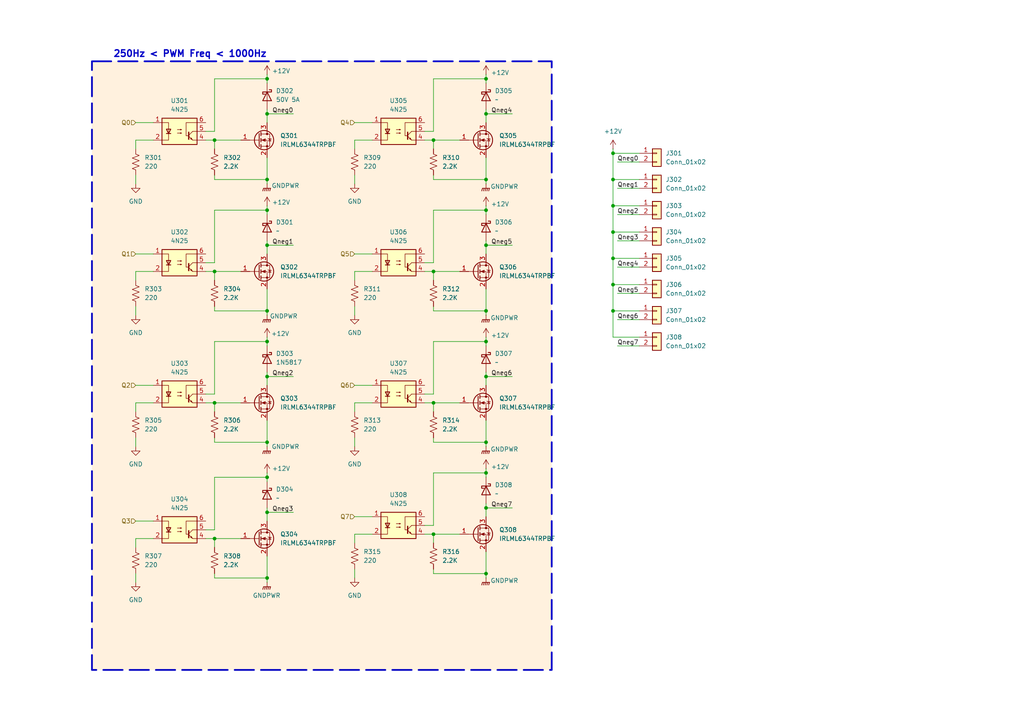
<source format=kicad_sch>
(kicad_sch (version 20231120) (generator "eeschema") (generator_version "8.0")
  (paper "A4")
  (lib_symbols
    (symbol "Connector_Generic:Conn_01x02" (pin_names (offset 1.016) hide)
      (property "Reference" "J" (at 0 2.54 0))
      (property "Value" "Conn_01x02" (at 0 -5.08 0))
      (symbol "Conn_01x02_1_1"
        (rectangle (start -1.27 -2.413) (end 0 -2.667) (stroke (width 0.1524)))
        (rectangle (start -1.27 0.127) (end 0 -0.127) (stroke (width 0.1524)))
        (rectangle (start -1.27 1.27) (end 1.27 -3.81) (stroke (width 0.254)) (fill (type background)))
        (pin passive line (at -5.08 0 0) (length 3.81) (name "Pin_1") (number "1"))
        (pin passive line (at -5.08 -2.54 0) (length 3.81) (name "Pin_2") (number "2"))
      )
    )
    (symbol "Device:R_US" (pin_numbers hide) (pin_names (offset 0))
      (property "Reference" "R" (at 2.54 0 90))
      (property "Value" "R_US" (at -2.54 0 90))
      (symbol "R_US_0_1"
        (polyline (pts (xy 0 -2.286) (xy 0 -2.54)))
        (polyline (pts (xy 0 2.286) (xy 0 2.54)))
        (polyline (pts (xy 0 -0.762) (xy 1.016 -1.143) (xy 0 -1.524) (xy -1.016 -1.905) (xy 0 -2.286)))
        (polyline (pts (xy 0 0.762) (xy 1.016 0.381) (xy 0 0) (xy -1.016 -0.381) (xy 0 -0.762)))
        (polyline (pts (xy 0 2.286) (xy 1.016 1.905) (xy 0 1.524) (xy -1.016 1.143) (xy 0 0.762)))
      )
      (symbol "R_US_1_1"
        (pin passive line (at 0 3.81 270) (length 1.27) (name "~") (number "1"))
        (pin passive line (at 0 -3.81 90) (length 1.27) (name "~") (number "2"))
      )
    )
    (symbol "Diode:1N5817" (pin_numbers hide) (pin_names (offset 1.016) hide)
      (property "Reference" "D" (at 0 2.54 0))
      (property "Value" "1N5817" (at 0 -2.54 0))
      (symbol "1N5817_0_1"
        (polyline (pts (xy 1.27 0) (xy -1.27 0)))
        (polyline (pts (xy 1.27 1.27) (xy 1.27 -1.27) (xy -1.27 0) (xy 1.27 1.27)) (stroke (width 0.254)))
        (polyline (pts (xy -1.905 0.635) (xy -1.905 1.27) (xy -1.27 1.27) (xy -1.27 -1.27) (xy -0.635 -1.27) (xy -0.635 -0.635)) (stroke (width 0.254)))
      )
      (symbol "1N5817_1_1"
        (pin passive line (at -3.81 0 0) (length 2.54) (name "K") (number "1"))
        (pin passive line (at 3.81 0 180) (length 2.54) (name "A") (number "2"))
      )
    )
    (symbol "Isolator:4N25" (pin_names (offset 1.016))
      (property "Reference" "U" (at -5.08 5.08 0))
      (property "Value" "4N25" (at 0 5.08 0))
      (symbol "4N25_0_1"
        (rectangle (start -5.08 3.81) (end 5.08 -3.81) (stroke (width 0.254)) (fill (type background)))
        (polyline (pts (xy -3.81 -0.635) (xy -2.54 -0.635)) (stroke (width 0.254)))
        (polyline (pts (xy 2.667 -1.397) (xy 3.81 -2.54)))
        (polyline (pts (xy 2.667 -1.143) (xy 3.81 0)))
        (polyline (pts (xy 3.81 -2.54) (xy 5.08 -2.54)))
        (polyline (pts (xy 3.81 0) (xy 5.08 0)))
        (polyline (pts (xy 2.667 -0.254) (xy 2.667 -2.286) (xy 2.667 -2.286)) (stroke (width 0.3556)))
        (polyline (pts (xy -5.08 -2.54) (xy -3.175 -2.54) (xy -3.175 2.54) (xy -5.08 2.54)))
        (polyline (pts (xy -3.175 -0.635) (xy -3.81 0.635) (xy -2.54 0.635) (xy -3.175 -0.635)) (stroke (width 0.254)))
        (polyline (pts (xy 3.683 -2.413) (xy 3.429 -1.905) (xy 3.175 -2.159) (xy 3.683 -2.413)))
        (polyline (pts (xy 5.08 2.54) (xy 1.905 2.54) (xy 1.905 -1.27) (xy 2.54 -1.27)))
        (polyline (pts (xy -0.635 -0.508) (xy 0.635 -0.508) (xy 0.254 -0.635) (xy 0.254 -0.381) (xy 0.635 -0.508)))
        (polyline (pts (xy -0.635 0.508) (xy 0.635 0.508) (xy 0.254 0.381) (xy 0.254 0.635) (xy 0.635 0.508)))
      )
      (symbol "4N25_1_1"
        (pin passive line (at -7.62 2.54 0) (length 2.54) (name "~") (number "1"))
        (pin passive line (at -7.62 -2.54 0) (length 2.54) (name "~") (number "2"))
        (pin no_connect line (at -5.08 0 0) (length 2.54) hide (name "NC") (number "3"))
        (pin passive line (at 7.62 -2.54 180) (length 2.54) (name "~") (number "4"))
        (pin passive line (at 7.62 0 180) (length 2.54) (name "~") (number "5"))
        (pin passive line (at 7.62 2.54 180) (length 2.54) (name "~") (number "6"))
      )
    )
    (symbol "Transistor_FET:BS870" (pin_names hide)
      (property "Reference" "Q" (at 5.08 1.905 0))
      (property "Value" "BS870" (at 5.08 0 0))
      (symbol "BS870_0_1"
        (polyline (pts (xy 0.254 0) (xy -2.54 0)))
        (polyline (pts (xy 0.254 1.905) (xy 0.254 -1.905)) (stroke (width 0.254)))
        (polyline (pts (xy 0.762 -1.27) (xy 0.762 -2.286)) (stroke (width 0.254)))
        (polyline (pts (xy 0.762 0.508) (xy 0.762 -0.508)) (stroke (width 0.254)))
        (polyline (pts (xy 0.762 2.286) (xy 0.762 1.27)) (stroke (width 0.254)))
        (polyline (pts (xy 2.54 2.54) (xy 2.54 1.778)))
        (polyline (pts (xy 2.54 -2.54) (xy 2.54 0) (xy 0.762 0)))
        (polyline (pts (xy 0.762 -1.778) (xy 3.302 -1.778) (xy 3.302 1.778) (xy 0.762 1.778)))
        (polyline (pts (xy 1.016 0) (xy 2.032 0.381) (xy 2.032 -0.381) (xy 1.016 0)) (fill (type outline)))
        (polyline (pts (xy 2.794 0.508) (xy 2.921 0.381) (xy 3.683 0.381) (xy 3.81 0.254)))
        (polyline (pts (xy 3.302 0.381) (xy 2.921 -0.254) (xy 3.683 -0.254) (xy 3.302 0.381)))
        (circle (center 1.651 0) (radius 2.794) (stroke (width 0.254)))
        (circle (center 2.54 -1.778) (radius 0.254) (fill (type outline)))
        (circle (center 2.54 1.778) (radius 0.254) (fill (type outline)))
      )
      (symbol "BS870_1_1"
        (pin input line (at -5.08 0 0) (length 2.54) (name "G") (number "1"))
        (pin passive line (at 2.54 -5.08 90) (length 2.54) (name "S") (number "2"))
        (pin passive line (at 2.54 5.08 270) (length 2.54) (name "D") (number "3"))
      )
    )
    (symbol "power:+12V" (power) (pin_numbers hide) (pin_names (offset 0) hide)
      (property "Value" "+12V" (at 0 3.556 0))
      (symbol "+12V_0_1"
        (polyline (pts (xy -0.762 1.27) (xy 0 2.54)))
        (polyline (pts (xy 0 0) (xy 0 2.54)))
        (polyline (pts (xy 0 2.54) (xy 0.762 1.27)))
      )
      (symbol "+12V_1_1"
        (pin power_in line (at 0 0 90) (length 0) (name "~") (number "1"))
      )
    )
    (symbol "power:GND" (power) (pin_numbers hide) (pin_names (offset 0) hide)
      (property "Value" "GND" (at 0 -3.81 0))
      (symbol "GND_0_1"
        (polyline (pts (xy 0 0) (xy 0 -1.27) (xy 1.27 -1.27) (xy 0 -2.54) (xy -1.27 -1.27) (xy 0 -1.27)))
      )
      (symbol "GND_1_1"
        (pin power_in line (at 0 0 270) (length 0) (name "~") (number "1"))
      )
    )
    (symbol "power:GNDPWR" (power) (pin_numbers hide) (pin_names (offset 0) hide)
      (property "Value" "GNDPWR" (at 0 -3.302 0))
      (symbol "GNDPWR_0_1"
        (polyline (pts (xy 0 -1.27) (xy 0 0)))
        (polyline (pts (xy -1.016 -1.27) (xy -1.27 -2.032) (xy -1.27 -2.032)) (stroke (width 0.2032)))
        (polyline (pts (xy -0.508 -1.27) (xy -0.762 -2.032) (xy -0.762 -2.032)) (stroke (width 0.2032)))
        (polyline (pts (xy 0 -1.27) (xy -0.254 -2.032) (xy -0.254 -2.032)) (stroke (width 0.2032)))
        (polyline (pts (xy 0.508 -1.27) (xy 0.254 -2.032) (xy 0.254 -2.032)) (stroke (width 0.2032)))
        (polyline (pts (xy 1.016 -1.27) (xy -1.016 -1.27) (xy -1.016 -1.27)) (stroke (width 0.2032)))
        (polyline (pts (xy 1.016 -1.27) (xy 0.762 -2.032) (xy 0.762 -2.032) (xy 0.762 -2.032)) (stroke (width 0.2032)))
      )
      (symbol "GNDPWR_1_1"
        (pin power_in line (at 0 0 270) (length 0) (name "~") (number "1"))
      )
    )
  )
  (junction (at 77.47 90.17))
  (junction (at 177.8 44.45))
  (junction (at 140.97 52.07))
  (junction (at 77.47 128.27))
  (junction (at 140.97 137.16))
  (junction (at 140.97 90.17))
  (junction (at 140.97 22.86))
  (junction (at 125.73 40.64))
  (junction (at 140.97 166.37))
  (junction (at 62.23 116.84))
  (junction (at 140.97 147.32))
  (junction (at 177.8 59.69))
  (junction (at 77.47 71.12))
  (junction (at 62.23 40.64))
  (junction (at 125.73 116.84))
  (junction (at 77.47 22.86))
  (junction (at 140.97 71.12))
  (junction (at 77.47 109.22))
  (junction (at 77.47 52.07))
  (junction (at 140.97 99.06))
  (junction (at 140.97 60.96))
  (junction (at 62.23 156.21))
  (junction (at 77.47 138.43))
  (junction (at 125.73 154.94))
  (junction (at 77.47 148.59))
  (junction (at 177.8 52.07))
  (junction (at 177.8 90.17))
  (junction (at 140.97 128.27))
  (junction (at 140.97 33.02))
  (junction (at 140.97 109.22))
  (junction (at 77.47 167.64))
  (junction (at 125.73 78.74))
  (junction (at 62.23 78.74))
  (junction (at 77.47 33.02))
  (junction (at 77.47 99.06))
  (junction (at 77.47 60.96))
  (junction (at 177.8 67.31))
  (junction (at 177.8 82.55))
  (junction (at 177.8 74.93))
  (wire (pts (xy 177.8 90.17) (xy 177.8 97.79)))
  (wire (pts (xy 140.97 100.33) (xy 140.97 99.06)))
  (wire (pts (xy 125.73 22.86) (xy 140.97 22.86)))
  (wire (pts (xy 107.95 78.74) (xy 102.87 78.74)))
  (wire (pts (xy 140.97 160.02) (xy 140.97 166.37)))
  (wire (pts (xy 59.69 156.21) (xy 62.23 156.21)))
  (wire (pts (xy 177.8 82.55) (xy 185.42 82.55)))
  (wire (pts (xy 125.73 127) (xy 125.73 128.27)))
  (wire (pts (xy 77.47 62.23) (xy 77.47 60.96)))
  (wire (pts (xy 140.97 35.56) (xy 140.97 33.02)))
  (wire (pts (xy 148.59 33.02) (xy 140.97 33.02)))
  (wire (pts (xy 179.07 69.85) (xy 185.42 69.85)))
  (wire (pts (xy 140.97 45.72) (xy 140.97 52.07)))
  (wire (pts (xy 39.37 116.84) (xy 39.37 119.38)))
  (wire (pts (xy 140.97 24.13) (xy 140.97 22.86)))
  (wire (pts (xy 125.73 116.84) (xy 125.73 119.38)))
  (wire (pts (xy 125.73 137.16) (xy 125.73 152.4)))
  (wire (pts (xy 125.73 166.37) (xy 140.97 166.37)))
  (wire (pts (xy 62.23 78.74) (xy 62.23 81.28)))
  (wire (pts (xy 77.47 45.72) (xy 77.47 52.07)))
  (wire (pts (xy 140.97 69.85) (xy 140.97 71.12)))
  (wire (pts (xy 177.8 59.69) (xy 177.8 67.31)))
  (wire (pts (xy 140.97 111.76) (xy 140.97 109.22)))
  (wire (pts (xy 39.37 156.21) (xy 39.37 158.75)))
  (wire (pts (xy 125.73 52.07) (xy 140.97 52.07)))
  (wire (pts (xy 39.37 111.76) (xy 44.45 111.76)))
  (wire (pts (xy 62.23 99.06) (xy 77.47 99.06)))
  (wire (pts (xy 125.73 88.9) (xy 125.73 90.17)))
  (wire (pts (xy 77.47 73.66) (xy 77.47 71.12)))
  (wire (pts (xy 44.45 156.21) (xy 39.37 156.21)))
  (wire (pts (xy 59.69 40.64) (xy 62.23 40.64)))
  (wire (pts (xy 102.87 40.64) (xy 102.87 43.18)))
  (wire (pts (xy 85.09 71.12) (xy 77.47 71.12)))
  (wire (pts (xy 62.23 116.84) (xy 69.85 116.84)))
  (wire (pts (xy 77.47 111.76) (xy 77.47 109.22)))
  (wire (pts (xy 39.37 151.13) (xy 44.45 151.13)))
  (wire (pts (xy 77.47 139.7) (xy 77.47 138.43)))
  (wire (pts (xy 125.73 22.86) (xy 125.73 38.1)))
  (wire (pts (xy 39.37 40.64) (xy 39.37 43.18)))
  (wire (pts (xy 62.23 52.07) (xy 77.47 52.07)))
  (wire (pts (xy 107.95 40.64) (xy 102.87 40.64)))
  (wire (pts (xy 39.37 73.66) (xy 44.45 73.66)))
  (wire (pts (xy 102.87 154.94) (xy 102.87 157.48)))
  (wire (pts (xy 179.07 46.99) (xy 185.42 46.99)))
  (wire (pts (xy 179.07 62.23) (xy 185.42 62.23)))
  (wire (pts (xy 62.23 128.27) (xy 77.47 128.27)))
  (wire (pts (xy 62.23 156.21) (xy 69.85 156.21)))
  (wire (pts (xy 77.47 24.13) (xy 77.47 22.86)))
  (wire (pts (xy 125.73 38.1) (xy 123.19 38.1)))
  (wire (pts (xy 185.42 52.07) (xy 177.8 52.07)))
  (wire (pts (xy 102.87 35.56) (xy 107.95 35.56)))
  (wire (pts (xy 85.09 33.02) (xy 77.47 33.02)))
  (wire (pts (xy 107.95 116.84) (xy 102.87 116.84)))
  (wire (pts (xy 185.42 44.45) (xy 177.8 44.45)))
  (wire (pts (xy 125.73 90.17) (xy 140.97 90.17)))
  (wire (pts (xy 62.23 78.74) (xy 69.85 78.74)))
  (wire (pts (xy 102.87 149.86) (xy 107.95 149.86)))
  (wire (pts (xy 140.97 121.92) (xy 140.97 128.27)))
  (wire (pts (xy 125.73 76.2) (xy 123.19 76.2)))
  (wire (pts (xy 62.23 88.9) (xy 62.23 90.17)))
  (wire (pts (xy 177.8 43.18) (xy 177.8 44.45)))
  (wire (pts (xy 140.97 107.95) (xy 140.97 109.22)))
  (wire (pts (xy 85.09 109.22) (xy 77.47 109.22)))
  (wire (pts (xy 59.69 78.74) (xy 62.23 78.74)))
  (wire (pts (xy 62.23 38.1) (xy 59.69 38.1)))
  (wire (pts (xy 125.73 154.94) (xy 125.73 157.48)))
  (wire (pts (xy 77.47 31.75) (xy 77.47 33.02)))
  (wire (pts (xy 62.23 40.64) (xy 69.85 40.64)))
  (wire (pts (xy 125.73 114.3) (xy 123.19 114.3)))
  (wire (pts (xy 177.8 67.31) (xy 177.8 74.93)))
  (wire (pts (xy 62.23 50.8) (xy 62.23 52.07)))
  (wire (pts (xy 77.47 167.64) (xy 77.47 168.91)))
  (wire (pts (xy 125.73 40.64) (xy 125.73 43.18)))
  (wire (pts (xy 177.8 52.07) (xy 177.8 59.69)))
  (wire (pts (xy 125.73 40.64) (xy 133.35 40.64)))
  (wire (pts (xy 77.47 137.16) (xy 77.47 138.43)))
  (wire (pts (xy 62.23 138.43) (xy 77.47 138.43)))
  (wire (pts (xy 125.73 78.74) (xy 125.73 81.28)))
  (wire (pts (xy 123.19 116.84) (xy 125.73 116.84)))
  (wire (pts (xy 39.37 50.8) (xy 39.37 53.34)))
  (wire (pts (xy 39.37 88.9) (xy 39.37 91.44)))
  (wire (pts (xy 102.87 111.76) (xy 107.95 111.76)))
  (wire (pts (xy 102.87 165.1) (xy 102.87 167.64)))
  (wire (pts (xy 177.8 97.79) (xy 185.42 97.79)))
  (wire (pts (xy 107.95 154.94) (xy 102.87 154.94)))
  (wire (pts (xy 140.97 149.86) (xy 140.97 147.32)))
  (wire (pts (xy 140.97 21.59) (xy 140.97 22.86)))
  (wire (pts (xy 102.87 50.8) (xy 102.87 53.34)))
  (wire (pts (xy 179.07 85.09) (xy 185.42 85.09)))
  (wire (pts (xy 125.73 137.16) (xy 140.97 137.16)))
  (wire (pts (xy 140.97 90.17) (xy 140.97 91.44)))
  (wire (pts (xy 123.19 154.94) (xy 125.73 154.94)))
  (wire (pts (xy 148.59 147.32) (xy 140.97 147.32)))
  (wire (pts (xy 77.47 100.33) (xy 77.47 99.06)))
  (wire (pts (xy 77.47 90.17) (xy 77.47 91.44)))
  (wire (pts (xy 62.23 153.67) (xy 59.69 153.67)))
  (wire (pts (xy 177.8 90.17) (xy 185.42 90.17)))
  (wire (pts (xy 140.97 52.07) (xy 140.97 53.34)))
  (wire (pts (xy 140.97 138.43) (xy 140.97 137.16)))
  (wire (pts (xy 62.23 99.06) (xy 62.23 114.3)))
  (wire (pts (xy 62.23 22.86) (xy 77.47 22.86)))
  (wire (pts (xy 125.73 128.27) (xy 140.97 128.27)))
  (wire (pts (xy 77.47 151.13) (xy 77.47 148.59)))
  (wire (pts (xy 125.73 165.1) (xy 125.73 166.37)))
  (wire (pts (xy 39.37 166.37) (xy 39.37 168.91)))
  (wire (pts (xy 77.47 52.07) (xy 77.47 53.34)))
  (wire (pts (xy 62.23 76.2) (xy 59.69 76.2)))
  (wire (pts (xy 39.37 127) (xy 39.37 129.54)))
  (wire (pts (xy 140.97 31.75) (xy 140.97 33.02)))
  (wire (pts (xy 177.8 74.93) (xy 177.8 82.55)))
  (wire (pts (xy 125.73 116.84) (xy 133.35 116.84)))
  (wire (pts (xy 77.47 147.32) (xy 77.47 148.59)))
  (wire (pts (xy 102.87 78.74) (xy 102.87 81.28)))
  (wire (pts (xy 177.8 74.93) (xy 185.42 74.93)))
  (wire (pts (xy 77.47 35.56) (xy 77.47 33.02)))
  (wire (pts (xy 77.47 21.59) (xy 77.47 22.86)))
  (wire (pts (xy 125.73 60.96) (xy 140.97 60.96)))
  (wire (pts (xy 62.23 166.37) (xy 62.23 167.64)))
  (wire (pts (xy 177.8 67.31) (xy 185.42 67.31)))
  (wire (pts (xy 62.23 40.64) (xy 62.23 43.18)))
  (wire (pts (xy 77.47 121.92) (xy 77.47 128.27)))
  (wire (pts (xy 140.97 97.79) (xy 140.97 99.06)))
  (wire (pts (xy 39.37 78.74) (xy 39.37 81.28)))
  (wire (pts (xy 62.23 167.64) (xy 77.47 167.64)))
  (wire (pts (xy 102.87 88.9) (xy 102.87 91.44)))
  (wire (pts (xy 59.69 116.84) (xy 62.23 116.84)))
  (wire (pts (xy 177.8 44.45) (xy 177.8 52.07)))
  (wire (pts (xy 125.73 99.06) (xy 125.73 114.3)))
  (wire (pts (xy 148.59 109.22) (xy 140.97 109.22)))
  (wire (pts (xy 179.07 54.61) (xy 185.42 54.61)))
  (wire (pts (xy 123.19 78.74) (xy 125.73 78.74)))
  (wire (pts (xy 102.87 73.66) (xy 107.95 73.66)))
  (wire (pts (xy 62.23 116.84) (xy 62.23 119.38)))
  (wire (pts (xy 125.73 78.74) (xy 133.35 78.74)))
  (wire (pts (xy 77.47 161.29) (xy 77.47 167.64)))
  (wire (pts (xy 62.23 90.17) (xy 77.47 90.17)))
  (wire (pts (xy 62.23 60.96) (xy 62.23 76.2)))
  (wire (pts (xy 77.47 107.95) (xy 77.47 109.22)))
  (wire (pts (xy 62.23 114.3) (xy 59.69 114.3)))
  (wire (pts (xy 125.73 50.8) (xy 125.73 52.07)))
  (wire (pts (xy 77.47 69.85) (xy 77.47 71.12)))
  (wire (pts (xy 140.97 128.27) (xy 140.97 129.54)))
  (wire (pts (xy 44.45 40.64) (xy 39.37 40.64)))
  (wire (pts (xy 85.09 148.59) (xy 77.47 148.59)))
  (wire (pts (xy 62.23 22.86) (xy 62.23 38.1)))
  (wire (pts (xy 77.47 59.69) (xy 77.47 60.96)))
  (wire (pts (xy 140.97 73.66) (xy 140.97 71.12)))
  (wire (pts (xy 125.73 152.4) (xy 123.19 152.4)))
  (wire (pts (xy 77.47 83.82) (xy 77.47 90.17)))
  (wire (pts (xy 140.97 62.23) (xy 140.97 60.96)))
  (wire (pts (xy 125.73 154.94) (xy 133.35 154.94)))
  (wire (pts (xy 77.47 128.27) (xy 77.47 129.54)))
  (wire (pts (xy 62.23 156.21) (xy 62.23 158.75)))
  (wire (pts (xy 179.07 100.33) (xy 185.42 100.33)))
  (wire (pts (xy 148.59 71.12) (xy 140.97 71.12)))
  (wire (pts (xy 62.23 138.43) (xy 62.23 153.67)))
  (wire (pts (xy 39.37 35.56) (xy 44.45 35.56)))
  (wire (pts (xy 62.23 127) (xy 62.23 128.27)))
  (wire (pts (xy 44.45 116.84) (xy 39.37 116.84)))
  (wire (pts (xy 102.87 116.84) (xy 102.87 119.38)))
  (wire (pts (xy 123.19 40.64) (xy 125.73 40.64)))
  (wire (pts (xy 77.47 97.79) (xy 77.47 99.06)))
  (wire (pts (xy 44.45 78.74) (xy 39.37 78.74)))
  (wire (pts (xy 179.07 77.47) (xy 185.42 77.47)))
  (wire (pts (xy 140.97 146.05) (xy 140.97 147.32)))
  (wire (pts (xy 125.73 60.96) (xy 125.73 76.2)))
  (wire (pts (xy 102.87 127) (xy 102.87 129.54)))
  (wire (pts (xy 177.8 59.69) (xy 185.42 59.69)))
  (wire (pts (xy 140.97 166.37) (xy 140.97 167.64)))
  (wire (pts (xy 179.07 92.71) (xy 185.42 92.71)))
  (wire (pts (xy 140.97 83.82) (xy 140.97 90.17)))
  (wire (pts (xy 62.23 60.96) (xy 77.47 60.96)))
  (wire (pts (xy 177.8 82.55) (xy 177.8 90.17)))
  (wire (pts (xy 140.97 59.69) (xy 140.97 60.96)))
  (wire (pts (xy 140.97 135.89) (xy 140.97 137.16)))
  (wire (pts (xy 125.73 99.06) (xy 140.97 99.06)))
  (rectangle (start 26.67 17.78) (end 160.02 194.31) (stroke (width 0.508) (type dash)) (fill (type color) (color 255 229 191 0.5)))
  (text "250Hz < PWM Freq < 1000Hz" (at 55.118 15.748 0) (effects (font (size 1.905 1.905) (thickness 0.381) (bold yes))))
  (label "Qneg5" (at 148.59 71.12 180))
  (label "Qneg5" (at 179.07 85.09 0))
  (label "Qneg2" (at 179.07 62.23 0))
  (label "Qneg3" (at 179.07 69.85 0))
  (label "Qneg4" (at 148.59 33.02 180))
  (label "Qneg4" (at 179.07 77.47 0))
  (label "Qneg0" (at 179.07 46.99 0))
  (label "Qneg6" (at 148.59 109.22 180))
  (label "Qneg1" (at 179.07 54.61 0))
  (label "Qneg7" (at 179.07 100.33 0))
  (label "Qneg0" (at 85.09 33.02 180))
  (label "Qneg7" (at 148.59 147.32 180))
  (label "Qneg2" (at 85.09 109.22 180))
  (label "Qneg3" (at 85.09 148.59 180))
  (label "Qneg1" (at 85.09 71.12 180))
  (label "Qneg6" (at 179.07 92.71 0))
  (hierarchical_label "Q0" (shape input) (at 39.37 35.56 180))
  (hierarchical_label "Q3" (shape input) (at 39.37 151.13 180))
  (hierarchical_label "Q6" (shape input) (at 102.87 111.76 180))
  (hierarchical_label "Q1" (shape input) (at 39.37 73.66 180))
  (hierarchical_label "Q4" (shape input) (at 102.87 35.56 180))
  (hierarchical_label "Q5" (shape input) (at 102.87 73.66 180))
  (hierarchical_label "Q2" (shape input) (at 39.37 111.76 180))
  (hierarchical_label "Q7" (shape input) (at 102.87 149.86 180))
  (symbol (lib_id "power:+12V") (at 140.97 97.79 0) (unit 1)
    (property "Reference" "#PWR0321" (effects (hide yes)))
    (property "Value" "+12V" (at 145.034 97.282 0))
    (property "Description" "Power symbol creates a global label with name \"+12V\"" (effects (hide yes)))
  )
  (symbol (lib_id "Diode:1N5817") (at 77.47 104.14 270) (unit 1)
    (property "Reference" "D303" (at 80.01 102.5524 90) (effects (justify left)))
    (property "Value" "1N5817" (at 80.01 105.0924 90) (effects (justify left)))
    (property "Footprint" "Diode_SMD:D_SMA_Handsoldering" (effects (hide yes)))
    (property "Datasheet" "http://www.vishay.com/docs/88525/1n5817.pdf" (effects (hide yes)))
    (property "Description" "SBR10U200P5-13" (effects (hide yes)))
  )
  (symbol (lib_id "power:GNDPWR") (at 140.97 53.34 0) (unit 1)
    (property "Reference" "#PWR0315" (effects (hide yes)))
    (property "Value" "GNDPWR" (at 146.304 54.102 0))
    (property "Description" "Power symbol creates a global label with name \"GNDPWR\" , global ground" (effects (hide yes)))
  )
  (symbol (lib_id "Device:R_US") (at 102.87 85.09 0) (unit 1)
    (property "Reference" "R311" (at 105.41 83.8199 0) (effects (justify left)))
    (property "Value" "220" (at 105.41 86.3599 0) (effects (justify left)))
    (property "Footprint" "Resistor_THT:R_Axial_DIN0204_L3.6mm_D1.6mm_P5.08mm_Horizontal" (effects (hide yes)))
    (property "Description" "Resistor, US symbol" (effects (hide yes)))
  )
  (symbol (lib_id "Diode:1N5817") (at 77.47 143.51 270) (unit 1)
    (property "Reference" "D304" (at 80.01 141.9224 90) (effects (justify left)))
    (property "Value" "~" (at 80.01 144.4624 90) (effects (justify left)))
    (property "Footprint" "Diode_SMD:D_SMA_Handsoldering" (effects (hide yes)))
    (property "Datasheet" "http://www.vishay.com/docs/88525/1n5817.pdf" (effects (hide yes)))
    (property "Description" "SBR10U200P5-13" (effects (hide yes)))
  )
  (symbol (lib_id "Transistor_FET:BS870") (at 138.43 40.64 0) (unit 1)
    (property "Reference" "Q305" (at 144.78 39.3699 0) (effects (justify left)))
    (property "Value" "IRLML6344TRPBF" (at 144.78 41.9099 0) (effects (justify left)))
    (property "Footprint" "Package_TO_SOT_SMD:SOT-23" (effects (hide yes)))
    (property "Description" "5.8A Id, 25V Vds, 24mOhm, 5.4 Qg, N-Channel MOSFET, SOT-23" (effects (hide yes)))
  )
  (symbol (lib_id "Device:R_US") (at 62.23 162.56 0) (unit 1)
    (property "Reference" "R308" (at 64.77 161.2899 0) (effects (justify left)))
    (property "Value" "2.2K" (at 64.77 163.8299 0) (effects (justify left)))
    (property "Footprint" "Resistor_THT:R_Axial_DIN0204_L3.6mm_D1.6mm_P5.08mm_Horizontal" (effects (hide yes)))
    (property "Description" "Resistor, US symbol" (effects (hide yes)))
  )
  (symbol (lib_id "power:GND") (at 102.87 167.64 0) (unit 1)
    (property "Reference" "#PWR0323" (effects (hide yes)))
    (property "Value" "GND" (at 102.87 172.72 0))
    (property "Description" "Power symbol creates a global label with name \"GND\" , ground" (effects (hide yes)))
  )
  (symbol (lib_id "power:GND") (at 102.87 53.34 0) (unit 1)
    (property "Reference" "#PWR0313" (effects (hide yes)))
    (property "Value" "GND" (at 102.87 58.42 0))
    (property "Description" "Power symbol creates a global label with name \"GND\" , ground" (effects (hide yes)))
  )
  (symbol (lib_id "Transistor_FET:BS870") (at 74.93 40.64 0) (unit 1)
    (property "Reference" "Q301" (at 81.28 39.3699 0) (effects (justify left)))
    (property "Value" "IRLML6344TRPBF" (at 81.28 41.9099 0) (effects (justify left)))
    (property "Footprint" "Package_TO_SOT_SMD:SOT-23" (effects (hide yes)))
    (property "Description" "5.8A Id, 25V Vds, 24mOhm, 5.4 Qg, N-Channel MOSFET, SOT-23" (effects (hide yes)))
  )
  (symbol (lib_id "Isolator:4N25") (at 52.07 153.67 0) (unit 1)
    (property "Reference" "U304" (at 52.07 144.78 0))
    (property "Value" "4N25" (at 52.07 147.32 0))
    (property "Footprint" "Package_DIP:DIP-6_W7.62mm_Socket" (effects (hide yes)))
    (property "Datasheet" "https://www.vishay.com/docs/83725/4n25.pdf" (effects (hide yes)))
    (property "Description" "DC Optocoupler Base Connected, Vce 30V, CTR 20%, Viso 2500V, DIP6" (effects (hide yes)))
  )
  (symbol (lib_id "Device:R_US") (at 125.73 161.29 0) (unit 1)
    (property "Reference" "R316" (at 128.27 160.0199 0) (effects (justify left)))
    (property "Value" "2.2K" (at 128.27 162.5599 0) (effects (justify left)))
    (property "Footprint" "Resistor_THT:R_Axial_DIN0204_L3.6mm_D1.6mm_P5.08mm_Horizontal" (effects (hide yes)))
    (property "Description" "Resistor, US symbol" (effects (hide yes)))
  )
  (symbol (lib_id "power:GNDPWR") (at 140.97 129.54 0) (unit 1)
    (property "Reference" "#PWR0322" (effects (hide yes)))
    (property "Value" "GNDPWR" (at 146.304 130.302 0))
    (property "Description" "Power symbol creates a global label with name \"GNDPWR\" , global ground" (effects (hide yes)))
  )
  (symbol (lib_id "Connector_Generic:Conn_01x02") (at 190.5 74.93 0) (unit 1)
    (property "Reference" "J305" (at 193.04 74.9299 0) (effects (justify left)))
    (property "Value" "Conn_01x02" (at 193.04 77.4699 0) (effects (justify left)))
    (property "Footprint" "Connector_PinHeader_2.54mm:PinHeader_1x02_P2.54mm_Vertical" (effects (hide yes)))
    (property "Description" "Generic connector, single row, 01x02, script generated (kicad-library-utils/schlib/autogen/connector/)" (effects (hide yes)))
  )
  (symbol (lib_id "Isolator:4N25") (at 115.57 38.1 0) (unit 1)
    (property "Reference" "U305" (at 115.57 29.21 0))
    (property "Value" "4N25" (at 115.57 31.75 0))
    (property "Footprint" "Package_DIP:DIP-6_W7.62mm_Socket" (effects (hide yes)))
    (property "Datasheet" "https://www.vishay.com/docs/83725/4n25.pdf" (effects (hide yes)))
    (property "Description" "DC Optocoupler Base Connected, Vce 30V, CTR 20%, Viso 2500V, DIP6" (effects (hide yes)))
  )
  (symbol (lib_id "Device:R_US") (at 102.87 123.19 0) (unit 1)
    (property "Reference" "R313" (at 105.41 121.9199 0) (effects (justify left)))
    (property "Value" "220" (at 105.41 124.4599 0) (effects (justify left)))
    (property "Footprint" "Resistor_THT:R_Axial_DIN0204_L3.6mm_D1.6mm_P5.08mm_Horizontal" (effects (hide yes)))
    (property "Description" "Resistor, US symbol" (effects (hide yes)))
  )
  (symbol (lib_id "Device:R_US") (at 39.37 46.99 0) (unit 1)
    (property "Reference" "R301" (at 41.91 45.7199 0) (effects (justify left)))
    (property "Value" "220" (at 41.91 48.2599 0) (effects (justify left)))
    (property "Footprint" "Resistor_THT:R_Axial_DIN0204_L3.6mm_D1.6mm_P5.08mm_Horizontal" (effects (hide yes)))
    (property "Description" "Resistor, US symbol" (effects (hide yes)))
  )
  (symbol (lib_id "power:+12V") (at 140.97 135.89 0) (unit 1)
    (property "Reference" "#PWR0324" (effects (hide yes)))
    (property "Value" "+12V" (at 145.034 135.382 0))
    (property "Description" "Power symbol creates a global label with name \"+12V\"" (effects (hide yes)))
  )
  (symbol (lib_id "Isolator:4N25") (at 52.07 38.1 0) (unit 1)
    (property "Reference" "U301" (at 52.07 29.21 0))
    (property "Value" "4N25" (at 52.07 31.75 0))
    (property "Footprint" "Package_DIP:DIP-6_W7.62mm_Socket" (effects (hide yes)))
    (property "Datasheet" "https://www.vishay.com/docs/83725/4n25.pdf" (effects (hide yes)))
    (property "Description" "DC Optocoupler Base Connected, Vce 30V, CTR 20%, Viso 2500V, DIP6" (effects (hide yes)))
  )
  (symbol (lib_id "Diode:1N5817") (at 77.47 66.04 270) (unit 1)
    (property "Reference" "D301" (at 80.01 64.4524 90) (effects (justify left)))
    (property "Value" "~" (at 80.01 66.9924 90) (effects (justify left)))
    (property "Footprint" "Diode_SMD:D_SMA_Handsoldering" (effects (hide yes)))
    (property "Datasheet" "http://www.vishay.com/docs/88525/1n5817.pdf" (effects (hide yes)))
    (property "Description" "SBR10U200P5-13" (effects (hide yes)))
  )
  (symbol (lib_id "Connector_Generic:Conn_01x02") (at 190.5 59.69 0) (unit 1)
    (property "Reference" "J303" (at 193.04 59.6899 0) (effects (justify left)))
    (property "Value" "Conn_01x02" (at 193.04 62.2299 0) (effects (justify left)))
    (property "Footprint" "Connector_PinHeader_2.54mm:PinHeader_1x02_P2.54mm_Vertical" (effects (hide yes)))
    (property "Description" "Generic connector, single row, 01x02, script generated (kicad-library-utils/schlib/autogen/connector/)" (effects (hide yes)))
  )
  (symbol (lib_id "power:+12V") (at 140.97 21.59 0) (unit 1)
    (property "Reference" "#PWR0314" (effects (hide yes)))
    (property "Value" "+12V" (at 145.034 21.082 0))
    (property "Description" "Power symbol creates a global label with name \"+12V\"" (effects (hide yes)))
  )
  (symbol (lib_id "Device:R_US") (at 102.87 161.29 0) (unit 1)
    (property "Reference" "R315" (at 105.41 160.0199 0) (effects (justify left)))
    (property "Value" "220" (at 105.41 162.5599 0) (effects (justify left)))
    (property "Footprint" "Resistor_THT:R_Axial_DIN0204_L3.6mm_D1.6mm_P5.08mm_Horizontal" (effects (hide yes)))
    (property "Description" "Resistor, US symbol" (effects (hide yes)))
  )
  (symbol (lib_id "Device:R_US") (at 125.73 85.09 0) (unit 1)
    (property "Reference" "R312" (at 128.27 83.8199 0) (effects (justify left)))
    (property "Value" "2.2K" (at 128.27 86.3599 0) (effects (justify left)))
    (property "Footprint" "Resistor_THT:R_Axial_DIN0204_L3.6mm_D1.6mm_P5.08mm_Horizontal" (effects (hide yes)))
    (property "Description" "Resistor, US symbol" (effects (hide yes)))
  )
  (symbol (lib_id "power:+12V") (at 77.47 137.16 0) (unit 1)
    (property "Reference" "#PWR0311" (effects (hide yes)))
    (property "Value" "+12V" (at 81.534 135.89 0))
    (property "Description" "Power symbol creates a global label with name \"+12V\"" (effects (hide yes)))
  )
  (symbol (lib_id "Diode:1N5817") (at 77.47 27.94 270) (unit 1)
    (property "Reference" "D302" (at 80.01 26.3524 90) (effects (justify left)))
    (property "Value" "50V 5A" (at 80.01 28.8924 90) (effects (justify left)))
    (property "Footprint" "Diode_SMD:D_SMA_Handsoldering" (effects (hide yes)))
    (property "Description" "SBR10U200P5-13" (effects (hide yes)))
  )
  (symbol (lib_id "Device:R_US") (at 125.73 46.99 0) (unit 1)
    (property "Reference" "R310" (at 128.27 45.7199 0) (effects (justify left)))
    (property "Value" "2.2K" (at 128.27 48.2599 0) (effects (justify left)))
    (property "Footprint" "Resistor_THT:R_Axial_DIN0204_L3.6mm_D1.6mm_P5.08mm_Horizontal" (effects (hide yes)))
    (property "Description" "Resistor, US symbol" (effects (hide yes)))
  )
  (symbol (lib_id "power:GND") (at 39.37 129.54 0) (unit 1)
    (property "Reference" "#PWR0307" (effects (hide yes)))
    (property "Value" "GND" (at 39.37 134.62 0))
    (property "Description" "Power symbol creates a global label with name \"GND\" , ground" (effects (hide yes)))
  )
  (symbol (lib_id "Device:R_US") (at 62.23 123.19 0) (unit 1)
    (property "Reference" "R306" (at 64.77 121.9199 0) (effects (justify left)))
    (property "Value" "2.2K" (at 64.77 124.4599 0) (effects (justify left)))
    (property "Footprint" "Resistor_THT:R_Axial_DIN0204_L3.6mm_D1.6mm_P5.08mm_Horizontal" (effects (hide yes)))
    (property "Description" "Resistor, US symbol" (effects (hide yes)))
  )
  (symbol (lib_id "Connector_Generic:Conn_01x02") (at 190.5 90.17 0) (unit 1)
    (property "Reference" "J307" (at 193.04 90.1699 0) (effects (justify left)))
    (property "Value" "Conn_01x02" (at 193.04 92.7099 0) (effects (justify left)))
    (property "Footprint" "Connector_PinHeader_2.54mm:PinHeader_1x02_P2.54mm_Vertical" (effects (hide yes)))
    (property "Description" "Generic connector, single row, 01x02, script generated (kicad-library-utils/schlib/autogen/connector/)" (effects (hide yes)))
  )
  (symbol (lib_id "Device:R_US") (at 102.87 46.99 0) (unit 1)
    (property "Reference" "R309" (at 105.41 45.7199 0) (effects (justify left)))
    (property "Value" "220" (at 105.41 48.2599 0) (effects (justify left)))
    (property "Footprint" "Resistor_THT:R_Axial_DIN0204_L3.6mm_D1.6mm_P5.08mm_Horizontal" (effects (hide yes)))
    (property "Description" "Resistor, US symbol" (effects (hide yes)))
  )
  (symbol (lib_id "Device:R_US") (at 62.23 85.09 0) (unit 1)
    (property "Reference" "R304" (at 64.77 83.8199 0) (effects (justify left)))
    (property "Value" "2.2K" (at 64.77 86.3599 0) (effects (justify left)))
    (property "Footprint" "Resistor_THT:R_Axial_DIN0204_L3.6mm_D1.6mm_P5.08mm_Horizontal" (effects (hide yes)))
    (property "Description" "Resistor, US symbol" (effects (hide yes)))
  )
  (symbol (lib_id "power:GNDPWR") (at 77.47 53.34 0) (unit 1)
    (property "Reference" "#PWR0302" (effects (hide yes)))
    (property "Value" "GNDPWR" (at 82.804 53.848 0))
    (property "Description" "Power symbol creates a global label with name \"GNDPWR\" , global ground" (effects (hide yes)))
  )
  (symbol (lib_id "Diode:1N5817") (at 140.97 104.14 270) (unit 1)
    (property "Reference" "D307" (at 143.51 102.5524 90) (effects (justify left)))
    (property "Value" "~" (at 143.51 105.0924 90) (effects (justify left)))
    (property "Footprint" "Diode_SMD:D_SMA_Handsoldering" (effects (hide yes)))
    (property "Datasheet" "http://www.vishay.com/docs/88525/1n5817.pdf" (effects (hide yes)))
    (property "Description" "SBR10U200P5-13" (effects (hide yes)))
  )
  (symbol (lib_id "Isolator:4N25") (at 115.57 76.2 0) (unit 1)
    (property "Reference" "U306" (at 115.57 67.31 0))
    (property "Value" "4N25" (at 115.57 69.85 0))
    (property "Footprint" "Package_DIP:DIP-6_W7.62mm_Socket" (effects (hide yes)))
    (property "Datasheet" "https://www.vishay.com/docs/83725/4n25.pdf" (effects (hide yes)))
    (property "Description" "DC Optocoupler Base Connected, Vce 30V, CTR 20%, Viso 2500V, DIP6" (effects (hide yes)))
  )
  (symbol (lib_id "Device:R_US") (at 125.73 123.19 0) (unit 1)
    (property "Reference" "R314" (at 128.27 121.9199 0) (effects (justify left)))
    (property "Value" "2.2K" (at 128.27 124.4599 0) (effects (justify left)))
    (property "Footprint" "Resistor_THT:R_Axial_DIN0204_L3.6mm_D1.6mm_P5.08mm_Horizontal" (effects (hide yes)))
    (property "Description" "Resistor, US symbol" (effects (hide yes)))
  )
  (symbol (lib_id "Transistor_FET:BS870") (at 138.43 78.74 0) (unit 1)
    (property "Reference" "Q306" (at 144.78 77.4699 0) (effects (justify left)))
    (property "Value" "IRLML6344TRPBF" (at 144.78 80.0099 0) (effects (justify left)))
    (property "Footprint" "Package_TO_SOT_SMD:SOT-23" (effects (hide yes)))
    (property "Description" "5.8A Id, 25V Vds, 24mOhm, 5.4 Qg, N-Channel MOSFET, SOT-23" (effects (hide yes)))
  )
  (symbol (lib_id "power:GND") (at 39.37 91.44 0) (unit 1)
    (property "Reference" "#PWR0304" (effects (hide yes)))
    (property "Value" "GND" (at 39.37 96.52 0))
    (property "Description" "Power symbol creates a global label with name \"GND\" , ground" (effects (hide yes)))
  )
  (symbol (lib_id "power:GND") (at 39.37 53.34 0) (unit 1)
    (property "Reference" "#PWR0301" (effects (hide yes)))
    (property "Value" "GND" (at 39.37 58.42 0))
    (property "Description" "Power symbol creates a global label with name \"GND\" , ground" (effects (hide yes)))
  )
  (symbol (lib_id "Connector_Generic:Conn_01x02") (at 190.5 97.79 0) (unit 1)
    (property "Reference" "J308" (at 193.04 97.7899 0) (effects (justify left)))
    (property "Value" "Conn_01x02" (at 193.04 100.3299 0) (effects (justify left)))
    (property "Footprint" "Connector_PinHeader_2.54mm:PinHeader_1x02_P2.54mm_Vertical" (effects (hide yes)))
    (property "Description" "Generic connector, single row, 01x02, script generated (kicad-library-utils/schlib/autogen/connector/)" (effects (hide yes)))
  )
  (symbol (lib_id "power:GNDPWR") (at 77.47 168.91 0) (unit 1)
    (property "Reference" "#PWR0312" (effects (hide yes)))
    (property "Value" "GNDPWR" (at 77.343 172.72 0))
    (property "Description" "Power symbol creates a global label with name \"GNDPWR\" , global ground" (effects (hide yes)))
  )
  (symbol (lib_id "power:+12V") (at 177.8 43.18 0) (unit 1)
    (property "Reference" "#PWR0316" (effects (hide yes)))
    (property "Value" "+12V" (at 177.8 38.1 0))
    (property "Description" "Power symbol creates a global label with name \"+12V\"" (effects (hide yes)))
  )
  (symbol (lib_id "Isolator:4N25") (at 115.57 114.3 0) (unit 1)
    (property "Reference" "U307" (at 115.57 105.41 0))
    (property "Value" "4N25" (at 115.57 107.95 0))
    (property "Footprint" "Package_DIP:DIP-6_W7.62mm_Socket" (effects (hide yes)))
    (property "Datasheet" "https://www.vishay.com/docs/83725/4n25.pdf" (effects (hide yes)))
    (property "Description" "DC Optocoupler Base Connected, Vce 30V, CTR 20%, Viso 2500V, DIP6" (effects (hide yes)))
  )
  (symbol (lib_id "power:GNDPWR") (at 77.47 91.44 0) (unit 1)
    (property "Reference" "#PWR0306" (effects (hide yes)))
    (property "Value" "GNDPWR" (at 82.296 91.694 0))
    (property "Description" "Power symbol creates a global label with name \"GNDPWR\" , global ground" (effects (hide yes)))
  )
  (symbol (lib_id "Connector_Generic:Conn_01x02") (at 190.5 52.07 0) (unit 1)
    (property "Reference" "J302" (at 193.04 52.0699 0) (effects (justify left)))
    (property "Value" "Conn_01x02" (at 193.04 54.6099 0) (effects (justify left)))
    (property "Footprint" "Connector_PinHeader_2.54mm:PinHeader_1x02_P2.54mm_Vertical" (effects (hide yes)))
    (property "Description" "Generic connector, single row, 01x02, script generated (kicad-library-utils/schlib/autogen/connector/)" (effects (hide yes)))
  )
  (symbol (lib_id "Diode:1N5817") (at 140.97 142.24 270) (unit 1)
    (property "Reference" "D308" (at 143.51 140.6524 90) (effects (justify left)))
    (property "Value" "~" (at 143.51 143.1924 90) (effects (justify left)))
    (property "Footprint" "Diode_SMD:D_SMA_Handsoldering" (effects (hide yes)))
    (property "Datasheet" "http://www.vishay.com/docs/88525/1n5817.pdf" (effects (hide yes)))
    (property "Description" "SBR10U200P5-13" (effects (hide yes)))
  )
  (symbol (lib_id "power:GNDPWR") (at 77.47 129.54 0) (unit 1)
    (property "Reference" "#PWR0309" (effects (hide yes)))
    (property "Value" "GNDPWR" (at 82.804 129.54 0))
    (property "Description" "Power symbol creates a global label with name \"GNDPWR\" , global ground" (effects (hide yes)))
  )
  (symbol (lib_id "power:+12V") (at 77.47 21.59 0) (unit 1)
    (property "Reference" "#PWR0303" (effects (hide yes)))
    (property "Value" "+12V" (at 81.534 20.574 0))
    (property "Description" "Power symbol creates a global label with name \"+12V\"" (effects (hide yes)))
  )
  (symbol (lib_id "Transistor_FET:BS870") (at 138.43 154.94 0) (unit 1)
    (property "Reference" "Q308" (at 144.78 153.6699 0) (effects (justify left)))
    (property "Value" "IRLML6344TRPBF" (at 144.78 156.2099 0) (effects (justify left)))
    (property "Footprint" "Package_TO_SOT_SMD:SOT-23" (effects (hide yes)))
    (property "Description" "5.8A Id, 25V Vds, 24mOhm, 5.4 Qg, N-Channel MOSFET, SOT-23" (effects (hide yes)))
  )
  (symbol (lib_id "Transistor_FET:BS870") (at 138.43 116.84 0) (unit 1)
    (property "Reference" "Q307" (at 144.78 115.5699 0) (effects (justify left)))
    (property "Value" "IRLML6344TRPBF" (at 144.78 118.1099 0) (effects (justify left)))
    (property "Footprint" "Package_TO_SOT_SMD:SOT-23" (effects (hide yes)))
    (property "Description" "5.8A Id, 25V Vds, 24mOhm, 5.4 Qg, N-Channel MOSFET, SOT-23" (effects (hide yes)))
  )
  (symbol (lib_id "Isolator:4N25") (at 52.07 114.3 0) (unit 1)
    (property "Reference" "U303" (at 52.07 105.41 0))
    (property "Value" "4N25" (at 52.07 107.95 0))
    (property "Footprint" "Package_DIP:DIP-6_W7.62mm_Socket" (effects (hide yes)))
    (property "Datasheet" "https://www.vishay.com/docs/83725/4n25.pdf" (effects (hide yes)))
    (property "Description" "DC Optocoupler Base Connected, Vce 30V, CTR 20%, Viso 2500V, DIP6" (effects (hide yes)))
  )
  (symbol (lib_id "power:GNDPWR") (at 140.97 91.44 0) (unit 1)
    (property "Reference" "#PWR0319" (effects (hide yes)))
    (property "Value" "GNDPWR" (at 146.304 92.202 0))
    (property "Description" "Power symbol creates a global label with name \"GNDPWR\" , global ground" (effects (hide yes)))
  )
  (symbol (lib_id "power:GND") (at 102.87 91.44 0) (unit 1)
    (property "Reference" "#PWR0317" (effects (hide yes)))
    (property "Value" "GND" (at 102.87 96.52 0))
    (property "Description" "Power symbol creates a global label with name \"GND\" , ground" (effects (hide yes)))
  )
  (symbol (lib_id "power:GND") (at 39.37 168.91 0) (unit 1)
    (property "Reference" "#PWR0310" (effects (hide yes)))
    (property "Value" "GND" (at 39.37 173.99 0))
    (property "Description" "Power symbol creates a global label with name \"GND\" , ground" (effects (hide yes)))
  )
  (symbol (lib_id "power:GND") (at 102.87 129.54 0) (unit 1)
    (property "Reference" "#PWR0320" (effects (hide yes)))
    (property "Value" "GND" (at 102.87 134.62 0))
    (property "Description" "Power symbol creates a global label with name \"GND\" , ground" (effects (hide yes)))
  )
  (symbol (lib_id "Device:R_US") (at 62.23 46.99 0) (unit 1)
    (property "Reference" "R302" (at 64.77 45.7199 0) (effects (justify left)))
    (property "Value" "2.2K" (at 64.77 48.2599 0) (effects (justify left)))
    (property "Footprint" "Resistor_THT:R_Axial_DIN0204_L3.6mm_D1.6mm_P5.08mm_Horizontal" (effects (hide yes)))
    (property "Description" "Resistor, US symbol" (effects (hide yes)))
  )
  (symbol (lib_id "Diode:1N5817") (at 140.97 66.04 270) (unit 1)
    (property "Reference" "D306" (at 143.51 64.4524 90) (effects (justify left)))
    (property "Value" "~" (at 143.51 66.9924 90) (effects (justify left)))
    (property "Footprint" "Diode_SMD:D_SMA_Handsoldering" (effects (hide yes)))
    (property "Datasheet" "http://www.vishay.com/docs/88525/1n5817.pdf" (effects (hide yes)))
    (property "Description" "SBR10U200P5-13" (effects (hide yes)))
  )
  (symbol (lib_id "power:+12V") (at 77.47 97.79 0) (unit 1)
    (property "Reference" "#PWR0308" (effects (hide yes)))
    (property "Value" "+12V" (at 81.28 96.774 0))
    (property "Description" "Power symbol creates a global label with name \"+12V\"" (effects (hide yes)))
  )
  (symbol (lib_id "power:+12V") (at 140.97 59.69 0) (unit 1)
    (property "Reference" "#PWR0318" (effects (hide yes)))
    (property "Value" "+12V" (at 145.034 59.182 0))
    (property "Description" "Power symbol creates a global label with name \"+12V\"" (effects (hide yes)))
  )
  (symbol (lib_id "Device:R_US") (at 39.37 123.19 0) (unit 1)
    (property "Reference" "R305" (at 41.91 121.9199 0) (effects (justify left)))
    (property "Value" "220" (at 41.91 124.4599 0) (effects (justify left)))
    (property "Footprint" "Resistor_THT:R_Axial_DIN0204_L3.6mm_D1.6mm_P5.08mm_Horizontal" (effects (hide yes)))
    (property "Description" "Resistor, US symbol" (effects (hide yes)))
  )
  (symbol (lib_id "Device:R_US") (at 39.37 162.56 0) (unit 1)
    (property "Reference" "R307" (at 41.91 161.2899 0) (effects (justify left)))
    (property "Value" "220" (at 41.91 163.8299 0) (effects (justify left)))
    (property "Footprint" "Resistor_THT:R_Axial_DIN0204_L3.6mm_D1.6mm_P5.08mm_Horizontal" (effects (hide yes)))
    (property "Description" "Resistor, US symbol" (effects (hide yes)))
  )
  (symbol (lib_id "Isolator:4N25") (at 52.07 76.2 0) (unit 1)
    (property "Reference" "U302" (at 52.07 67.31 0))
    (property "Value" "4N25" (at 52.07 69.85 0))
    (property "Footprint" "Package_DIP:DIP-6_W7.62mm_Socket" (effects (hide yes)))
    (property "Datasheet" "https://www.vishay.com/docs/83725/4n25.pdf" (effects (hide yes)))
    (property "Description" "DC Optocoupler Base Connected, Vce 30V, CTR 20%, Viso 2500V, DIP6" (effects (hide yes)))
  )
  (symbol (lib_id "power:GNDPWR") (at 140.97 167.64 0) (unit 1)
    (property "Reference" "#PWR0325" (effects (hide yes)))
    (property "Value" "GNDPWR" (at 146.304 168.402 0))
    (property "Description" "Power symbol creates a global label with name \"GNDPWR\" , global ground" (effects (hide yes)))
  )
  (symbol (lib_id "Transistor_FET:BS870") (at 74.93 156.21 0) (unit 1)
    (property "Reference" "Q304" (at 81.28 154.9399 0) (effects (justify left)))
    (property "Value" "IRLML6344TRPBF" (at 81.28 157.4799 0) (effects (justify left)))
    (property "Footprint" "Package_TO_SOT_SMD:SOT-23" (effects (hide yes)))
    (property "Description" "5.8A Id, 25V Vds, 24mOhm, 5.4 Qg, N-Channel MOSFET, SOT-23" (effects (hide yes)))
  )
  (symbol (lib_id "Transistor_FET:BS870") (at 74.93 116.84 0) (unit 1)
    (property "Reference" "Q303" (at 81.28 115.5699 0) (effects (justify left)))
    (property "Value" "IRLML6344TRPBF" (at 81.28 118.1099 0) (effects (justify left)))
    (property "Footprint" "Package_TO_SOT_SMD:SOT-23" (effects (hide yes)))
    (property "Description" "5.8A Id, 25V Vds, 24mOhm, 5.4 Qg, N-Channel MOSFET, SOT-23" (effects (hide yes)))
  )
  (symbol (lib_id "Device:R_US") (at 39.37 85.09 0) (unit 1)
    (property "Reference" "R303" (at 41.91 83.8199 0) (effects (justify left)))
    (property "Value" "220" (at 41.91 86.3599 0) (effects (justify left)))
    (property "Footprint" "Resistor_THT:R_Axial_DIN0204_L3.6mm_D1.6mm_P5.08mm_Horizontal" (effects (hide yes)))
    (property "Description" "Resistor, US symbol" (effects (hide yes)))
  )
  (symbol (lib_id "Transistor_FET:BS870") (at 74.93 78.74 0) (unit 1)
    (property "Reference" "Q302" (at 81.28 77.4699 0) (effects (justify left)))
    (property "Value" "IRLML6344TRPBF" (at 81.28 80.0099 0) (effects (justify left)))
    (property "Footprint" "Package_TO_SOT_SMD:SOT-23" (effects (hide yes)))
    (property "Description" "5.8A Id, 25V Vds, 24mOhm, 5.4 Qg, N-Channel MOSFET, SOT-23" (effects (hide yes)))
  )
  (symbol (lib_id "Isolator:4N25") (at 115.57 152.4 0) (unit 1)
    (property "Reference" "U308" (at 115.57 143.51 0))
    (property "Value" "4N25" (at 115.57 146.05 0))
    (property "Footprint" "Package_DIP:DIP-6_W7.62mm_Socket" (effects (hide yes)))
    (property "Datasheet" "https://www.vishay.com/docs/83725/4n25.pdf" (effects (hide yes)))
    (property "Description" "DC Optocoupler Base Connected, Vce 30V, CTR 20%, Viso 2500V, DIP6" (effects (hide yes)))
  )
  (symbol (lib_id "power:+12V") (at 77.47 59.69 0) (unit 1)
    (property "Reference" "#PWR0305" (effects (hide yes)))
    (property "Value" "+12V" (at 81.534 58.674 0))
    (property "Description" "Power symbol creates a global label with name \"+12V\"" (effects (hide yes)))
  )
  (symbol (lib_id "Connector_Generic:Conn_01x02") (at 190.5 44.45 0) (unit 1)
    (property "Reference" "J301" (at 193.04 44.4499 0) (effects (justify left)))
    (property "Value" "Conn_01x02" (at 193.04 46.9899 0) (effects (justify left)))
    (property "Footprint" "Connector_PinHeader_2.54mm:PinHeader_1x02_P2.54mm_Vertical" (effects (hide yes)))
    (property "Description" "Generic connector, single row, 01x02, script generated (kicad-library-utils/schlib/autogen/connector/)" (effects (hide yes)))
  )
  (symbol (lib_id "Connector_Generic:Conn_01x02") (at 190.5 82.55 0) (unit 1)
    (property "Reference" "J306" (at 193.04 82.5499 0) (effects (justify left)))
    (property "Value" "Conn_01x02" (at 193.04 85.0899 0) (effects (justify left)))
    (property "Footprint" "Connector_PinHeader_2.54mm:PinHeader_1x02_P2.54mm_Vertical" (effects (hide yes)))
    (property "Description" "Generic connector, single row, 01x02, script generated (kicad-library-utils/schlib/autogen/connector/)" (effects (hide yes)))
  )
  (symbol (lib_id "Diode:1N5817") (at 140.97 27.94 270) (unit 1)
    (property "Reference" "D305" (at 143.51 26.3524 90) (effects (justify left)))
    (property "Value" "~" (at 143.51 28.8924 90) (effects (justify left)))
    (property "Footprint" "Diode_SMD:D_SMA_Handsoldering" (effects (hide yes)))
    (property "Datasheet" "http://www.vishay.com/docs/88525/1n5817.pdf" (effects (hide yes)))
    (property "Description" "SBR10U200P5-13" (effects (hide yes)))
  )
  (symbol (lib_id "Connector_Generic:Conn_01x02") (at 190.5 67.31 0) (unit 1)
    (property "Reference" "J304" (at 193.04 67.3099 0) (effects (justify left)))
    (property "Value" "Conn_01x02" (at 193.04 69.8499 0) (effects (justify left)))
    (property "Footprint" "Connector_PinHeader_2.54mm:PinHeader_1x02_P2.54mm_Vertical" (effects (hide yes)))
    (property "Description" "Generic connector, single row, 01x02, script generated (kicad-library-utils/schlib/autogen/connector/)" (effects (hide yes)))
  )
)
</source>
